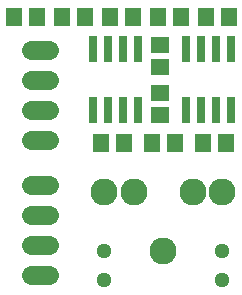
<source format=gts>
G75*
G70*
%OFA0B0*%
%FSLAX24Y24*%
%IPPOS*%
%LPD*%
%AMOC8*
5,1,8,0,0,1.08239X$1,22.5*
%
%ADD10C,0.0640*%
%ADD11C,0.0900*%
%ADD12C,0.0512*%
%ADD13R,0.0276X0.0906*%
%ADD14R,0.0552X0.0631*%
%ADD15R,0.0631X0.0552*%
D10*
X001811Y001899D02*
X002411Y001899D01*
X002411Y002899D02*
X001811Y002899D01*
X001811Y003899D02*
X002411Y003899D01*
X002411Y004899D02*
X001811Y004899D01*
X001811Y006399D02*
X002411Y006399D01*
X002411Y007399D02*
X001811Y007399D01*
X001811Y008399D02*
X002411Y008399D01*
X002411Y009399D02*
X001811Y009399D01*
D11*
X004242Y004668D03*
X005226Y004668D03*
X006211Y002699D03*
X007195Y004668D03*
X008179Y004668D03*
D12*
X008179Y002699D03*
X008179Y001715D03*
X004242Y001715D03*
X004242Y002699D03*
D13*
X004361Y007375D03*
X003861Y007375D03*
X004861Y007375D03*
X005361Y007375D03*
X006961Y007375D03*
X007461Y007375D03*
X007961Y007375D03*
X008461Y007375D03*
X008461Y009423D03*
X007961Y009423D03*
X007461Y009423D03*
X006961Y009423D03*
X005361Y009423D03*
X004861Y009423D03*
X004361Y009423D03*
X003861Y009423D03*
D14*
X003585Y010499D03*
X002837Y010499D03*
X001985Y010499D03*
X001237Y010499D03*
X004437Y010499D03*
X005185Y010499D03*
X006037Y010499D03*
X006785Y010499D03*
X007637Y010499D03*
X008385Y010499D03*
X008285Y006299D03*
X007537Y006299D03*
X006585Y006299D03*
X005837Y006299D03*
X004885Y006299D03*
X004137Y006299D03*
D15*
X006111Y007225D03*
X006111Y007973D03*
X006111Y008825D03*
X006111Y009573D03*
M02*

</source>
